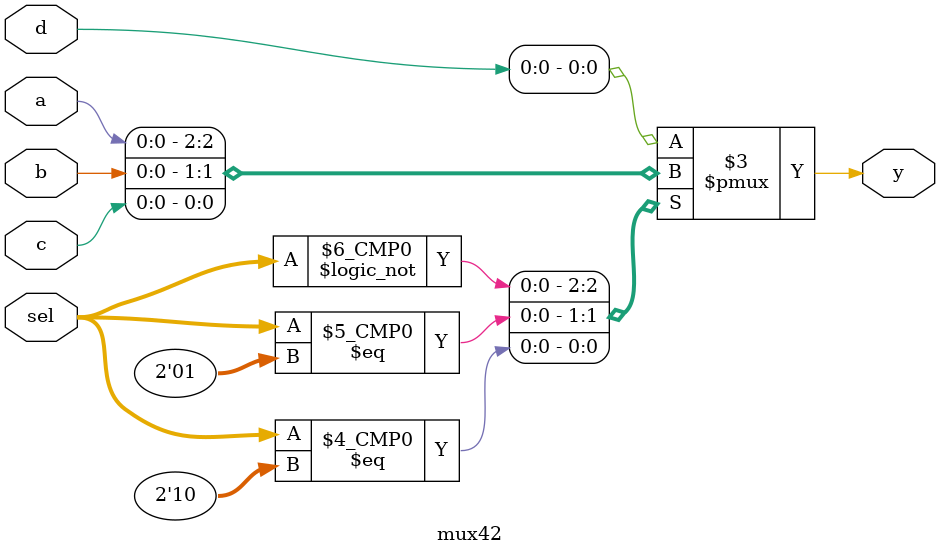
<source format=v>

module mux42 (input [3:0] a, b, c, d,
                                input [1:0] sel,
                                output y);

    always @* begin
        case(sel)
            2'b00: y = a;
            2'b01: y = b;
            2'b10: y = c;
            default: y = d;
        endcase
    end

endmodule

</source>
